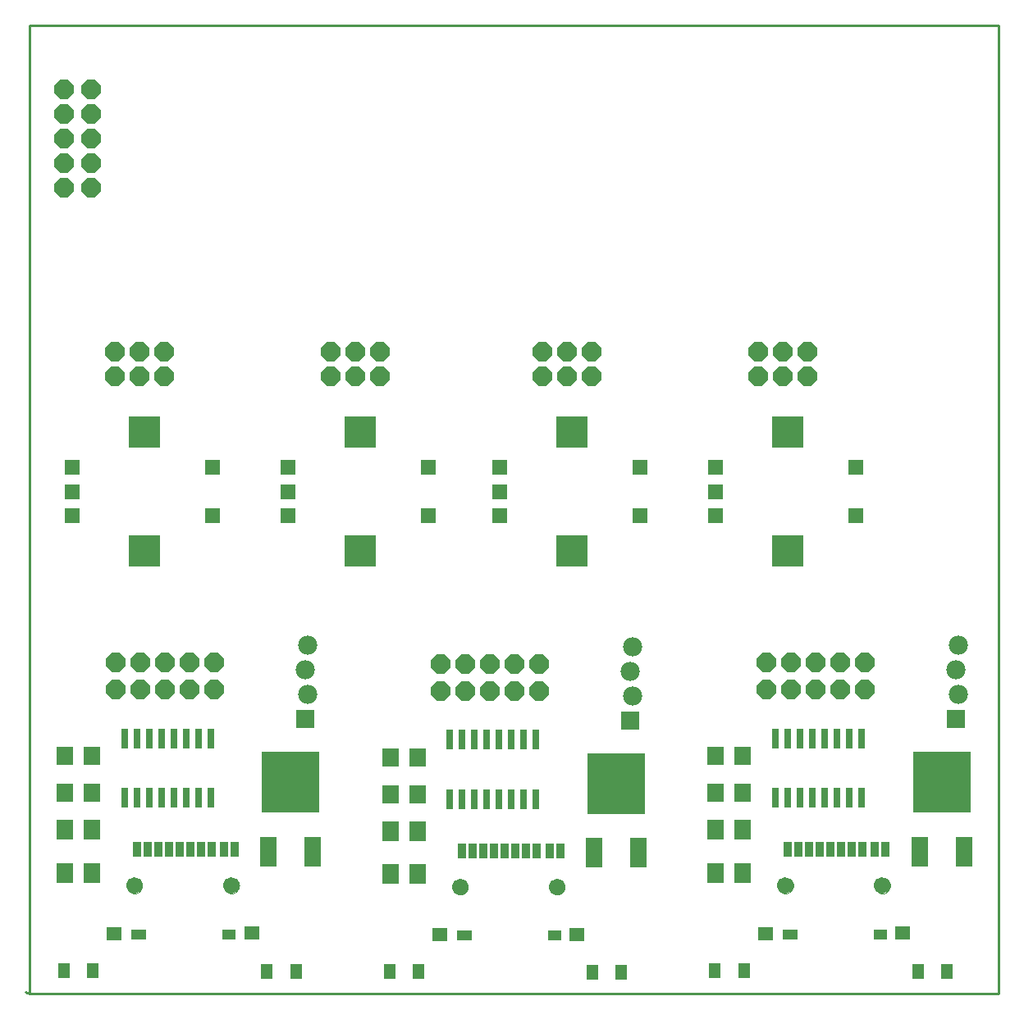
<source format=gts>
G75*
G70*
%OFA0B0*%
%FSLAX24Y24*%
%IPPOS*%
%LPD*%
%AMOC8*
5,1,8,0,0,1.08239X$1,22.5*
%
%ADD10C,0.0100*%
%ADD11OC8,0.0780*%
%ADD12R,0.0634X0.0634*%
%ADD13R,0.1306X0.1306*%
%ADD14R,0.2323X0.2481*%
%ADD15R,0.0670X0.1221*%
%ADD16R,0.0670X0.0749*%
%ADD17R,0.0300X0.0840*%
%ADD18R,0.0631X0.0571*%
%ADD19R,0.0591X0.0434*%
%ADD20R,0.0552X0.0434*%
%ADD21R,0.0335X0.0631*%
%ADD22C,0.0000*%
%ADD23C,0.0670*%
%ADD24R,0.0512X0.0591*%
%ADD25R,0.0670X0.0827*%
%ADD26R,0.0780X0.0780*%
%ADD27C,0.0780*%
D10*
X000304Y002050D02*
X000304Y041420D01*
X039674Y041420D01*
X039674Y002050D01*
X000304Y002050D01*
X000150Y002101D01*
D11*
X003794Y014410D03*
X004794Y014410D03*
X005794Y014410D03*
X006794Y014410D03*
X007794Y014410D03*
X007794Y015510D03*
X006794Y015510D03*
X005794Y015510D03*
X004794Y015510D03*
X003794Y015510D03*
X003779Y027142D03*
X004779Y027142D03*
X004779Y028142D03*
X003779Y028142D03*
X005779Y028142D03*
X005779Y027142D03*
X012543Y027142D03*
X013543Y027142D03*
X013543Y028142D03*
X012543Y028142D03*
X014543Y028142D03*
X014543Y027142D03*
X021153Y027142D03*
X021153Y028142D03*
X022153Y028142D03*
X023153Y028142D03*
X023153Y027142D03*
X022153Y027142D03*
X029916Y027142D03*
X029916Y028142D03*
X030916Y028142D03*
X030916Y027142D03*
X031916Y027142D03*
X031916Y028142D03*
X032239Y015510D03*
X031239Y015510D03*
X030239Y015510D03*
X030239Y014410D03*
X031239Y014410D03*
X032239Y014410D03*
X033239Y014410D03*
X034239Y014410D03*
X034239Y015510D03*
X033239Y015510D03*
X021016Y015458D03*
X020016Y015458D03*
X019016Y015458D03*
X018016Y015458D03*
X017016Y015458D03*
X017016Y014358D03*
X018016Y014358D03*
X019016Y014358D03*
X020016Y014358D03*
X021016Y014358D03*
X002822Y034823D03*
X002822Y035823D03*
X002822Y036823D03*
X002822Y037823D03*
X002822Y038823D03*
X001722Y038823D03*
X001722Y037823D03*
X001722Y036823D03*
X001722Y035823D03*
X001722Y034823D03*
D12*
X002030Y023448D03*
X002030Y022463D03*
X002030Y021479D03*
X007738Y021479D03*
X007738Y023448D03*
X010793Y023448D03*
X010793Y022463D03*
X010793Y021479D03*
X016502Y021479D03*
X016502Y023448D03*
X019403Y023448D03*
X019403Y022463D03*
X019403Y021479D03*
X025112Y021479D03*
X025112Y023448D03*
X028167Y023448D03*
X028167Y022463D03*
X028167Y021479D03*
X033876Y021479D03*
X033876Y023448D03*
D13*
X031120Y024865D03*
X031120Y020062D03*
X022356Y020062D03*
X022356Y024865D03*
X013746Y024865D03*
X013746Y020062D03*
X004983Y020062D03*
X004983Y024865D03*
D14*
X010919Y010647D03*
X024141Y010595D03*
X037364Y010647D03*
D15*
X038261Y007820D03*
X036466Y007820D03*
X025039Y007769D03*
X023244Y007769D03*
X011816Y007820D03*
X010021Y007820D03*
D16*
X014965Y010158D03*
X016067Y010158D03*
X016067Y011658D03*
X014965Y011658D03*
X002845Y011710D03*
X001743Y011710D03*
X001743Y010210D03*
X002845Y010210D03*
X028188Y010210D03*
X029290Y010210D03*
X029290Y011710D03*
X028188Y011710D03*
D17*
X030614Y012420D03*
X031114Y012420D03*
X031614Y012420D03*
X032114Y012420D03*
X032614Y012420D03*
X033114Y012420D03*
X033614Y012420D03*
X034114Y012420D03*
X034114Y010000D03*
X033614Y010000D03*
X033114Y010000D03*
X032614Y010000D03*
X032114Y010000D03*
X031614Y010000D03*
X031114Y010000D03*
X030614Y010000D03*
X020891Y009948D03*
X020391Y009948D03*
X019891Y009948D03*
X019391Y009948D03*
X018891Y009948D03*
X018391Y009948D03*
X017891Y009948D03*
X017391Y009948D03*
X017391Y012368D03*
X017891Y012368D03*
X018391Y012368D03*
X018891Y012368D03*
X019391Y012368D03*
X019891Y012368D03*
X020391Y012368D03*
X020891Y012368D03*
X007669Y012420D03*
X007169Y012420D03*
X006669Y012420D03*
X006169Y012420D03*
X005669Y012420D03*
X005169Y012420D03*
X004669Y012420D03*
X004169Y012420D03*
X004169Y010000D03*
X004669Y010000D03*
X005169Y010000D03*
X005669Y010000D03*
X006169Y010000D03*
X006669Y010000D03*
X007169Y010000D03*
X007669Y010000D03*
D18*
X009329Y004507D03*
X003758Y004487D03*
X016981Y004436D03*
X022552Y004456D03*
X030203Y004487D03*
X035774Y004507D03*
D19*
X031197Y004448D03*
X017975Y004397D03*
X004752Y004448D03*
D20*
X008424Y004448D03*
X021646Y004397D03*
X034869Y004448D03*
D21*
X035085Y007903D03*
X034652Y007903D03*
X034140Y007903D03*
X033707Y007903D03*
X033274Y007903D03*
X032841Y007903D03*
X032408Y007903D03*
X031975Y007903D03*
X031542Y007903D03*
X031109Y007903D03*
X021863Y007851D03*
X021430Y007851D03*
X020918Y007851D03*
X020485Y007851D03*
X020052Y007851D03*
X019619Y007851D03*
X019186Y007851D03*
X018752Y007851D03*
X018319Y007851D03*
X017886Y007851D03*
X008640Y007903D03*
X008207Y007903D03*
X007695Y007903D03*
X007262Y007903D03*
X006829Y007903D03*
X006396Y007903D03*
X005963Y007903D03*
X005530Y007903D03*
X005097Y007903D03*
X004664Y007903D03*
D22*
X004260Y006436D02*
X004262Y006471D01*
X004268Y006506D01*
X004278Y006540D01*
X004291Y006573D01*
X004308Y006604D01*
X004329Y006632D01*
X004352Y006659D01*
X004379Y006682D01*
X004407Y006703D01*
X004438Y006720D01*
X004471Y006733D01*
X004505Y006743D01*
X004540Y006749D01*
X004575Y006751D01*
X004610Y006749D01*
X004645Y006743D01*
X004679Y006733D01*
X004712Y006720D01*
X004743Y006703D01*
X004771Y006682D01*
X004798Y006659D01*
X004821Y006632D01*
X004842Y006604D01*
X004859Y006573D01*
X004872Y006540D01*
X004882Y006506D01*
X004888Y006471D01*
X004890Y006436D01*
X004888Y006401D01*
X004882Y006366D01*
X004872Y006332D01*
X004859Y006299D01*
X004842Y006268D01*
X004821Y006240D01*
X004798Y006213D01*
X004771Y006190D01*
X004743Y006169D01*
X004712Y006152D01*
X004679Y006139D01*
X004645Y006129D01*
X004610Y006123D01*
X004575Y006121D01*
X004540Y006123D01*
X004505Y006129D01*
X004471Y006139D01*
X004438Y006152D01*
X004407Y006169D01*
X004379Y006190D01*
X004352Y006213D01*
X004329Y006240D01*
X004308Y006268D01*
X004291Y006299D01*
X004278Y006332D01*
X004268Y006366D01*
X004262Y006401D01*
X004260Y006436D01*
X008197Y006436D02*
X008199Y006471D01*
X008205Y006506D01*
X008215Y006540D01*
X008228Y006573D01*
X008245Y006604D01*
X008266Y006632D01*
X008289Y006659D01*
X008316Y006682D01*
X008344Y006703D01*
X008375Y006720D01*
X008408Y006733D01*
X008442Y006743D01*
X008477Y006749D01*
X008512Y006751D01*
X008547Y006749D01*
X008582Y006743D01*
X008616Y006733D01*
X008649Y006720D01*
X008680Y006703D01*
X008708Y006682D01*
X008735Y006659D01*
X008758Y006632D01*
X008779Y006604D01*
X008796Y006573D01*
X008809Y006540D01*
X008819Y006506D01*
X008825Y006471D01*
X008827Y006436D01*
X008825Y006401D01*
X008819Y006366D01*
X008809Y006332D01*
X008796Y006299D01*
X008779Y006268D01*
X008758Y006240D01*
X008735Y006213D01*
X008708Y006190D01*
X008680Y006169D01*
X008649Y006152D01*
X008616Y006139D01*
X008582Y006129D01*
X008547Y006123D01*
X008512Y006121D01*
X008477Y006123D01*
X008442Y006129D01*
X008408Y006139D01*
X008375Y006152D01*
X008344Y006169D01*
X008316Y006190D01*
X008289Y006213D01*
X008266Y006240D01*
X008245Y006268D01*
X008228Y006299D01*
X008215Y006332D01*
X008205Y006366D01*
X008199Y006401D01*
X008197Y006436D01*
X017483Y006385D02*
X017485Y006420D01*
X017491Y006455D01*
X017501Y006489D01*
X017514Y006522D01*
X017531Y006553D01*
X017552Y006581D01*
X017575Y006608D01*
X017602Y006631D01*
X017630Y006652D01*
X017661Y006669D01*
X017694Y006682D01*
X017728Y006692D01*
X017763Y006698D01*
X017798Y006700D01*
X017833Y006698D01*
X017868Y006692D01*
X017902Y006682D01*
X017935Y006669D01*
X017966Y006652D01*
X017994Y006631D01*
X018021Y006608D01*
X018044Y006581D01*
X018065Y006553D01*
X018082Y006522D01*
X018095Y006489D01*
X018105Y006455D01*
X018111Y006420D01*
X018113Y006385D01*
X018111Y006350D01*
X018105Y006315D01*
X018095Y006281D01*
X018082Y006248D01*
X018065Y006217D01*
X018044Y006189D01*
X018021Y006162D01*
X017994Y006139D01*
X017966Y006118D01*
X017935Y006101D01*
X017902Y006088D01*
X017868Y006078D01*
X017833Y006072D01*
X017798Y006070D01*
X017763Y006072D01*
X017728Y006078D01*
X017694Y006088D01*
X017661Y006101D01*
X017630Y006118D01*
X017602Y006139D01*
X017575Y006162D01*
X017552Y006189D01*
X017531Y006217D01*
X017514Y006248D01*
X017501Y006281D01*
X017491Y006315D01*
X017485Y006350D01*
X017483Y006385D01*
X021420Y006385D02*
X021422Y006420D01*
X021428Y006455D01*
X021438Y006489D01*
X021451Y006522D01*
X021468Y006553D01*
X021489Y006581D01*
X021512Y006608D01*
X021539Y006631D01*
X021567Y006652D01*
X021598Y006669D01*
X021631Y006682D01*
X021665Y006692D01*
X021700Y006698D01*
X021735Y006700D01*
X021770Y006698D01*
X021805Y006692D01*
X021839Y006682D01*
X021872Y006669D01*
X021903Y006652D01*
X021931Y006631D01*
X021958Y006608D01*
X021981Y006581D01*
X022002Y006553D01*
X022019Y006522D01*
X022032Y006489D01*
X022042Y006455D01*
X022048Y006420D01*
X022050Y006385D01*
X022048Y006350D01*
X022042Y006315D01*
X022032Y006281D01*
X022019Y006248D01*
X022002Y006217D01*
X021981Y006189D01*
X021958Y006162D01*
X021931Y006139D01*
X021903Y006118D01*
X021872Y006101D01*
X021839Y006088D01*
X021805Y006078D01*
X021770Y006072D01*
X021735Y006070D01*
X021700Y006072D01*
X021665Y006078D01*
X021631Y006088D01*
X021598Y006101D01*
X021567Y006118D01*
X021539Y006139D01*
X021512Y006162D01*
X021489Y006189D01*
X021468Y006217D01*
X021451Y006248D01*
X021438Y006281D01*
X021428Y006315D01*
X021422Y006350D01*
X021420Y006385D01*
X030705Y006436D02*
X030707Y006471D01*
X030713Y006506D01*
X030723Y006540D01*
X030736Y006573D01*
X030753Y006604D01*
X030774Y006632D01*
X030797Y006659D01*
X030824Y006682D01*
X030852Y006703D01*
X030883Y006720D01*
X030916Y006733D01*
X030950Y006743D01*
X030985Y006749D01*
X031020Y006751D01*
X031055Y006749D01*
X031090Y006743D01*
X031124Y006733D01*
X031157Y006720D01*
X031188Y006703D01*
X031216Y006682D01*
X031243Y006659D01*
X031266Y006632D01*
X031287Y006604D01*
X031304Y006573D01*
X031317Y006540D01*
X031327Y006506D01*
X031333Y006471D01*
X031335Y006436D01*
X031333Y006401D01*
X031327Y006366D01*
X031317Y006332D01*
X031304Y006299D01*
X031287Y006268D01*
X031266Y006240D01*
X031243Y006213D01*
X031216Y006190D01*
X031188Y006169D01*
X031157Y006152D01*
X031124Y006139D01*
X031090Y006129D01*
X031055Y006123D01*
X031020Y006121D01*
X030985Y006123D01*
X030950Y006129D01*
X030916Y006139D01*
X030883Y006152D01*
X030852Y006169D01*
X030824Y006190D01*
X030797Y006213D01*
X030774Y006240D01*
X030753Y006268D01*
X030736Y006299D01*
X030723Y006332D01*
X030713Y006366D01*
X030707Y006401D01*
X030705Y006436D01*
X034642Y006436D02*
X034644Y006471D01*
X034650Y006506D01*
X034660Y006540D01*
X034673Y006573D01*
X034690Y006604D01*
X034711Y006632D01*
X034734Y006659D01*
X034761Y006682D01*
X034789Y006703D01*
X034820Y006720D01*
X034853Y006733D01*
X034887Y006743D01*
X034922Y006749D01*
X034957Y006751D01*
X034992Y006749D01*
X035027Y006743D01*
X035061Y006733D01*
X035094Y006720D01*
X035125Y006703D01*
X035153Y006682D01*
X035180Y006659D01*
X035203Y006632D01*
X035224Y006604D01*
X035241Y006573D01*
X035254Y006540D01*
X035264Y006506D01*
X035270Y006471D01*
X035272Y006436D01*
X035270Y006401D01*
X035264Y006366D01*
X035254Y006332D01*
X035241Y006299D01*
X035224Y006268D01*
X035203Y006240D01*
X035180Y006213D01*
X035153Y006190D01*
X035125Y006169D01*
X035094Y006152D01*
X035061Y006139D01*
X035027Y006129D01*
X034992Y006123D01*
X034957Y006121D01*
X034922Y006123D01*
X034887Y006129D01*
X034853Y006139D01*
X034820Y006152D01*
X034789Y006169D01*
X034761Y006190D01*
X034734Y006213D01*
X034711Y006240D01*
X034690Y006268D01*
X034673Y006299D01*
X034660Y006332D01*
X034650Y006366D01*
X034644Y006401D01*
X034642Y006436D01*
D23*
X034957Y006436D03*
X031020Y006436D03*
X021735Y006385D03*
X017798Y006385D03*
X008512Y006436D03*
X004575Y006436D03*
D24*
X002884Y002982D03*
X001703Y002982D03*
X009951Y002962D03*
X011132Y002962D03*
X014926Y002931D03*
X016107Y002931D03*
X023173Y002911D03*
X024354Y002911D03*
X028148Y002982D03*
X029329Y002982D03*
X036396Y002962D03*
X037577Y002962D03*
D25*
X029290Y006960D03*
X028188Y006960D03*
X028188Y008710D03*
X029290Y008710D03*
X016067Y008658D03*
X014965Y008658D03*
X014965Y006908D03*
X016067Y006908D03*
X002845Y006960D03*
X001743Y006960D03*
X001743Y008710D03*
X002845Y008710D03*
D26*
X011494Y013210D03*
X024716Y013158D03*
X037939Y013210D03*
D27*
X038039Y014210D03*
X037939Y015210D03*
X038039Y016210D03*
X024816Y016158D03*
X024716Y015158D03*
X024816Y014158D03*
X011594Y014210D03*
X011494Y015210D03*
X011594Y016210D03*
M02*

</source>
